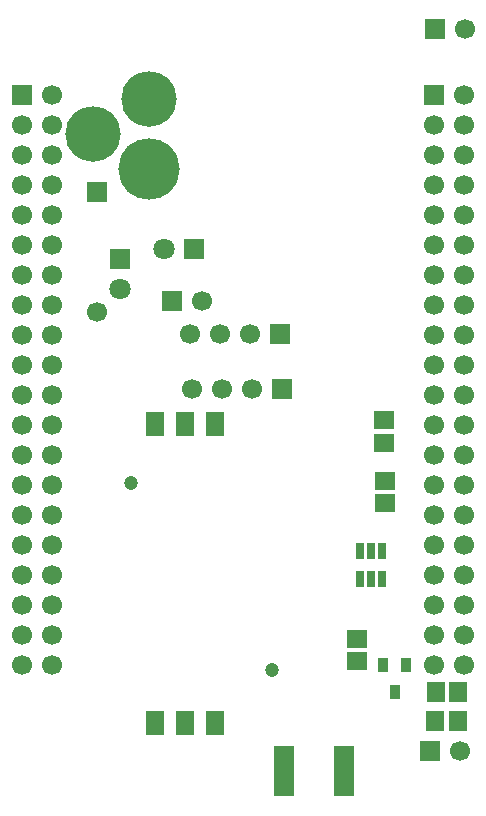
<source format=gbr>
G04 DipTrace 3.0.0.1*
G04 BottomMask.gbr*
%MOIN*%
G04 #@! TF.FileFunction,Soldermask,Bot*
G04 #@! TF.Part,Single*
%ADD54C,0.047244*%
%ADD67R,0.031496X0.055118*%
%ADD69R,0.062992X0.07874*%
%ADD75R,0.033465X0.049213*%
%ADD77C,0.204724*%
%ADD79C,0.185039*%
%ADD81C,0.066929*%
%ADD83R,0.066929X0.066929*%
%ADD87R,0.066929X0.059055*%
%ADD89R,0.059055X0.066929*%
%ADD91C,0.070866*%
%ADD93R,0.070866X0.070866*%
%ADD101R,0.067717X0.167717*%
%FSLAX26Y26*%
G04*
G70*
G90*
G75*
G01*
G04 BotMask*
%LPD*%
D101*
X1533071Y491339D3*
X1332677Y489370D3*
D93*
X786614Y2197244D3*
D91*
Y2097244D3*
D93*
X1032677Y2230709D3*
D91*
X932677D3*
D87*
X1666142Y1585039D3*
Y1659843D3*
X1576378Y930709D3*
Y855906D3*
D83*
X709055Y2419685D3*
D81*
Y2022047D3*
D83*
X1317323Y1947638D3*
D81*
X1217323D3*
X1117323D3*
X1017323D3*
D83*
X1326378Y1762992D3*
D81*
X1226378D3*
X1126378D3*
X1026378D3*
D79*
X881890Y2732283D3*
D77*
Y2496063D3*
D79*
X696850Y2614173D3*
D83*
X1833858Y2963780D3*
D81*
X1933858D3*
D83*
X958701Y2058701D3*
D81*
X1058701D3*
D83*
X1818701Y558701D3*
D81*
X1918701D3*
D75*
X1663701Y843701D3*
X1738504D3*
X1701102Y753150D3*
D87*
X1668701Y1383898D3*
Y1458701D3*
D89*
X1913701Y753701D3*
X1838898D3*
X1911299Y656299D3*
X1836496D3*
D69*
X903150Y1646850D3*
X1003150D3*
X1103150D3*
Y650787D3*
X1003150D3*
X903150D3*
D54*
X1292913Y828740D3*
X820472Y1450787D3*
D67*
X1583858Y1222835D3*
X1621260D3*
X1658661D3*
Y1132283D3*
X1621260D3*
X1583858D3*
D83*
X1832283Y2745669D3*
D81*
X1932283D3*
X1832283Y2645669D3*
X1932283D3*
X1832283Y2545669D3*
X1932283D3*
X1832283Y2445669D3*
X1932283D3*
X1832283Y2345669D3*
X1932283D3*
X1832283Y2245669D3*
X1932283D3*
X1832283Y2145669D3*
X1932283D3*
X1832283Y2045669D3*
X1932283D3*
X1832283Y1945669D3*
X1932283D3*
X1832283Y1845669D3*
X1932283D3*
X1832283Y1745669D3*
X1932283D3*
X1832283Y1645669D3*
X1932283D3*
X1832283Y1545669D3*
X1932283D3*
X1832283Y1445669D3*
X1932283D3*
X1832283Y1345669D3*
X1932283D3*
X1832283Y1245669D3*
X1932283D3*
X1832283Y1145669D3*
X1932283D3*
X1832283Y1045669D3*
X1932283D3*
X1832283Y945669D3*
X1932283D3*
X1832283Y845669D3*
X1932283D3*
D83*
X457480Y2745669D3*
D81*
X557480D3*
X457480Y2645669D3*
X557480D3*
X457480Y2545669D3*
X557480D3*
X457480Y2445669D3*
X557480D3*
X457480Y2345669D3*
X557480D3*
X457480Y2245669D3*
X557480D3*
X457480Y2145669D3*
X557480D3*
X457480Y2045669D3*
X557480D3*
X457480Y1945669D3*
X557480D3*
X457480Y1845669D3*
X557480D3*
X457480Y1745669D3*
X557480D3*
X457480Y1645669D3*
X557480D3*
X457480Y1545669D3*
X557480D3*
X457480Y1445669D3*
X557480D3*
X457480Y1345669D3*
X557480D3*
X457480Y1245669D3*
X557480D3*
X457480Y1145669D3*
X557480D3*
X457480Y1045669D3*
X557480D3*
X457480Y945669D3*
X557480D3*
X457480Y845669D3*
X557480D3*
M02*

</source>
